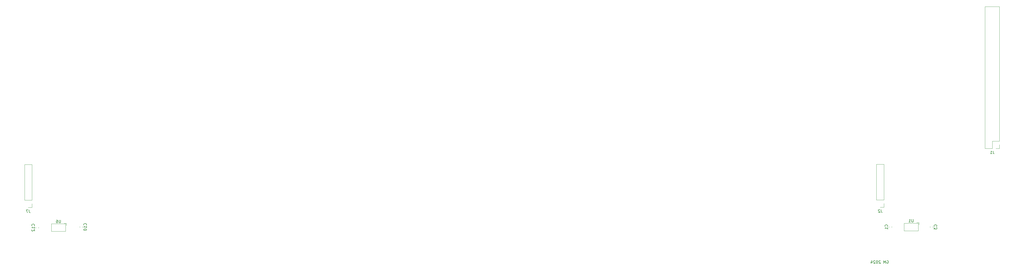
<source format=gbr>
%TF.GenerationSoftware,KiCad,Pcbnew,7.0.10*%
%TF.CreationDate,2024-02-05T00:39:17+00:00*%
%TF.ProjectId,ContactlessPiPoweredDrumkit,436f6e74-6163-4746-9c65-73735069506f,rev?*%
%TF.SameCoordinates,Original*%
%TF.FileFunction,Legend,Bot*%
%TF.FilePolarity,Positive*%
%FSLAX46Y46*%
G04 Gerber Fmt 4.6, Leading zero omitted, Abs format (unit mm)*
G04 Created by KiCad (PCBNEW 7.0.10) date 2024-02-05 00:39:17*
%MOMM*%
%LPD*%
G01*
G04 APERTURE LIST*
%ADD10C,0.150000*%
%ADD11C,0.120000*%
G04 APERTURE END LIST*
D10*
X345214411Y-190687438D02*
X345309649Y-190639819D01*
X345309649Y-190639819D02*
X345452506Y-190639819D01*
X345452506Y-190639819D02*
X345595363Y-190687438D01*
X345595363Y-190687438D02*
X345690601Y-190782676D01*
X345690601Y-190782676D02*
X345738220Y-190877914D01*
X345738220Y-190877914D02*
X345785839Y-191068390D01*
X345785839Y-191068390D02*
X345785839Y-191211247D01*
X345785839Y-191211247D02*
X345738220Y-191401723D01*
X345738220Y-191401723D02*
X345690601Y-191496961D01*
X345690601Y-191496961D02*
X345595363Y-191592200D01*
X345595363Y-191592200D02*
X345452506Y-191639819D01*
X345452506Y-191639819D02*
X345357268Y-191639819D01*
X345357268Y-191639819D02*
X345214411Y-191592200D01*
X345214411Y-191592200D02*
X345166792Y-191544580D01*
X345166792Y-191544580D02*
X345166792Y-191211247D01*
X345166792Y-191211247D02*
X345357268Y-191211247D01*
X344738220Y-191639819D02*
X344738220Y-190639819D01*
X344738220Y-190639819D02*
X344404887Y-191354104D01*
X344404887Y-191354104D02*
X344071554Y-190639819D01*
X344071554Y-190639819D02*
X344071554Y-191639819D01*
X342881077Y-190735057D02*
X342833458Y-190687438D01*
X342833458Y-190687438D02*
X342738220Y-190639819D01*
X342738220Y-190639819D02*
X342500125Y-190639819D01*
X342500125Y-190639819D02*
X342404887Y-190687438D01*
X342404887Y-190687438D02*
X342357268Y-190735057D01*
X342357268Y-190735057D02*
X342309649Y-190830295D01*
X342309649Y-190830295D02*
X342309649Y-190925533D01*
X342309649Y-190925533D02*
X342357268Y-191068390D01*
X342357268Y-191068390D02*
X342928696Y-191639819D01*
X342928696Y-191639819D02*
X342309649Y-191639819D01*
X341690601Y-190639819D02*
X341595363Y-190639819D01*
X341595363Y-190639819D02*
X341500125Y-190687438D01*
X341500125Y-190687438D02*
X341452506Y-190735057D01*
X341452506Y-190735057D02*
X341404887Y-190830295D01*
X341404887Y-190830295D02*
X341357268Y-191020771D01*
X341357268Y-191020771D02*
X341357268Y-191258866D01*
X341357268Y-191258866D02*
X341404887Y-191449342D01*
X341404887Y-191449342D02*
X341452506Y-191544580D01*
X341452506Y-191544580D02*
X341500125Y-191592200D01*
X341500125Y-191592200D02*
X341595363Y-191639819D01*
X341595363Y-191639819D02*
X341690601Y-191639819D01*
X341690601Y-191639819D02*
X341785839Y-191592200D01*
X341785839Y-191592200D02*
X341833458Y-191544580D01*
X341833458Y-191544580D02*
X341881077Y-191449342D01*
X341881077Y-191449342D02*
X341928696Y-191258866D01*
X341928696Y-191258866D02*
X341928696Y-191020771D01*
X341928696Y-191020771D02*
X341881077Y-190830295D01*
X341881077Y-190830295D02*
X341833458Y-190735057D01*
X341833458Y-190735057D02*
X341785839Y-190687438D01*
X341785839Y-190687438D02*
X341690601Y-190639819D01*
X340976315Y-190735057D02*
X340928696Y-190687438D01*
X340928696Y-190687438D02*
X340833458Y-190639819D01*
X340833458Y-190639819D02*
X340595363Y-190639819D01*
X340595363Y-190639819D02*
X340500125Y-190687438D01*
X340500125Y-190687438D02*
X340452506Y-190735057D01*
X340452506Y-190735057D02*
X340404887Y-190830295D01*
X340404887Y-190830295D02*
X340404887Y-190925533D01*
X340404887Y-190925533D02*
X340452506Y-191068390D01*
X340452506Y-191068390D02*
X341023934Y-191639819D01*
X341023934Y-191639819D02*
X340404887Y-191639819D01*
X339547744Y-190973152D02*
X339547744Y-191639819D01*
X339785839Y-190592200D02*
X340023934Y-191306485D01*
X340023934Y-191306485D02*
X339404887Y-191306485D01*
X49529904Y-176070819D02*
X49529904Y-176880342D01*
X49529904Y-176880342D02*
X49482285Y-176975580D01*
X49482285Y-176975580D02*
X49434666Y-177023200D01*
X49434666Y-177023200D02*
X49339428Y-177070819D01*
X49339428Y-177070819D02*
X49148952Y-177070819D01*
X49148952Y-177070819D02*
X49053714Y-177023200D01*
X49053714Y-177023200D02*
X49006095Y-176975580D01*
X49006095Y-176975580D02*
X48958476Y-176880342D01*
X48958476Y-176880342D02*
X48958476Y-176070819D01*
X48053714Y-176070819D02*
X48244190Y-176070819D01*
X48244190Y-176070819D02*
X48339428Y-176118438D01*
X48339428Y-176118438D02*
X48387047Y-176166057D01*
X48387047Y-176166057D02*
X48482285Y-176308914D01*
X48482285Y-176308914D02*
X48529904Y-176499390D01*
X48529904Y-176499390D02*
X48529904Y-176880342D01*
X48529904Y-176880342D02*
X48482285Y-176975580D01*
X48482285Y-176975580D02*
X48434666Y-177023200D01*
X48434666Y-177023200D02*
X48339428Y-177070819D01*
X48339428Y-177070819D02*
X48148952Y-177070819D01*
X48148952Y-177070819D02*
X48053714Y-177023200D01*
X48053714Y-177023200D02*
X48006095Y-176975580D01*
X48006095Y-176975580D02*
X47958476Y-176880342D01*
X47958476Y-176880342D02*
X47958476Y-176642247D01*
X47958476Y-176642247D02*
X48006095Y-176547009D01*
X48006095Y-176547009D02*
X48053714Y-176499390D01*
X48053714Y-176499390D02*
X48148952Y-176451771D01*
X48148952Y-176451771D02*
X48339428Y-176451771D01*
X48339428Y-176451771D02*
X48434666Y-176499390D01*
X48434666Y-176499390D02*
X48482285Y-176547009D01*
X48482285Y-176547009D02*
X48529904Y-176642247D01*
X58685580Y-177932142D02*
X58733200Y-177884523D01*
X58733200Y-177884523D02*
X58780819Y-177741666D01*
X58780819Y-177741666D02*
X58780819Y-177646428D01*
X58780819Y-177646428D02*
X58733200Y-177503571D01*
X58733200Y-177503571D02*
X58637961Y-177408333D01*
X58637961Y-177408333D02*
X58542723Y-177360714D01*
X58542723Y-177360714D02*
X58352247Y-177313095D01*
X58352247Y-177313095D02*
X58209390Y-177313095D01*
X58209390Y-177313095D02*
X58018914Y-177360714D01*
X58018914Y-177360714D02*
X57923676Y-177408333D01*
X57923676Y-177408333D02*
X57828438Y-177503571D01*
X57828438Y-177503571D02*
X57780819Y-177646428D01*
X57780819Y-177646428D02*
X57780819Y-177741666D01*
X57780819Y-177741666D02*
X57828438Y-177884523D01*
X57828438Y-177884523D02*
X57876057Y-177932142D01*
X58780819Y-178884523D02*
X58780819Y-178313095D01*
X58780819Y-178598809D02*
X57780819Y-178598809D01*
X57780819Y-178598809D02*
X57923676Y-178503571D01*
X57923676Y-178503571D02*
X58018914Y-178408333D01*
X58018914Y-178408333D02*
X58066533Y-178313095D01*
X57780819Y-179503571D02*
X57780819Y-179598809D01*
X57780819Y-179598809D02*
X57828438Y-179694047D01*
X57828438Y-179694047D02*
X57876057Y-179741666D01*
X57876057Y-179741666D02*
X57971295Y-179789285D01*
X57971295Y-179789285D02*
X58161771Y-179836904D01*
X58161771Y-179836904D02*
X58399866Y-179836904D01*
X58399866Y-179836904D02*
X58590342Y-179789285D01*
X58590342Y-179789285D02*
X58685580Y-179741666D01*
X58685580Y-179741666D02*
X58733200Y-179694047D01*
X58733200Y-179694047D02*
X58780819Y-179598809D01*
X58780819Y-179598809D02*
X58780819Y-179503571D01*
X58780819Y-179503571D02*
X58733200Y-179408333D01*
X58733200Y-179408333D02*
X58685580Y-179360714D01*
X58685580Y-179360714D02*
X58590342Y-179313095D01*
X58590342Y-179313095D02*
X58399866Y-179265476D01*
X58399866Y-179265476D02*
X58161771Y-179265476D01*
X58161771Y-179265476D02*
X57971295Y-179313095D01*
X57971295Y-179313095D02*
X57876057Y-179360714D01*
X57876057Y-179360714D02*
X57828438Y-179408333D01*
X57828438Y-179408333D02*
X57780819Y-179503571D01*
X362977580Y-178408333D02*
X363025200Y-178360714D01*
X363025200Y-178360714D02*
X363072819Y-178217857D01*
X363072819Y-178217857D02*
X363072819Y-178122619D01*
X363072819Y-178122619D02*
X363025200Y-177979762D01*
X363025200Y-177979762D02*
X362929961Y-177884524D01*
X362929961Y-177884524D02*
X362834723Y-177836905D01*
X362834723Y-177836905D02*
X362644247Y-177789286D01*
X362644247Y-177789286D02*
X362501390Y-177789286D01*
X362501390Y-177789286D02*
X362310914Y-177836905D01*
X362310914Y-177836905D02*
X362215676Y-177884524D01*
X362215676Y-177884524D02*
X362120438Y-177979762D01*
X362120438Y-177979762D02*
X362072819Y-178122619D01*
X362072819Y-178122619D02*
X362072819Y-178217857D01*
X362072819Y-178217857D02*
X362120438Y-178360714D01*
X362120438Y-178360714D02*
X362168057Y-178408333D01*
X362072819Y-178741667D02*
X362072819Y-179360714D01*
X362072819Y-179360714D02*
X362453771Y-179027381D01*
X362453771Y-179027381D02*
X362453771Y-179170238D01*
X362453771Y-179170238D02*
X362501390Y-179265476D01*
X362501390Y-179265476D02*
X362549009Y-179313095D01*
X362549009Y-179313095D02*
X362644247Y-179360714D01*
X362644247Y-179360714D02*
X362882342Y-179360714D01*
X362882342Y-179360714D02*
X362977580Y-179313095D01*
X362977580Y-179313095D02*
X363025200Y-179265476D01*
X363025200Y-179265476D02*
X363072819Y-179170238D01*
X363072819Y-179170238D02*
X363072819Y-178884524D01*
X363072819Y-178884524D02*
X363025200Y-178789286D01*
X363025200Y-178789286D02*
X362977580Y-178741667D01*
X345385580Y-178408333D02*
X345433200Y-178360714D01*
X345433200Y-178360714D02*
X345480819Y-178217857D01*
X345480819Y-178217857D02*
X345480819Y-178122619D01*
X345480819Y-178122619D02*
X345433200Y-177979762D01*
X345433200Y-177979762D02*
X345337961Y-177884524D01*
X345337961Y-177884524D02*
X345242723Y-177836905D01*
X345242723Y-177836905D02*
X345052247Y-177789286D01*
X345052247Y-177789286D02*
X344909390Y-177789286D01*
X344909390Y-177789286D02*
X344718914Y-177836905D01*
X344718914Y-177836905D02*
X344623676Y-177884524D01*
X344623676Y-177884524D02*
X344528438Y-177979762D01*
X344528438Y-177979762D02*
X344480819Y-178122619D01*
X344480819Y-178122619D02*
X344480819Y-178217857D01*
X344480819Y-178217857D02*
X344528438Y-178360714D01*
X344528438Y-178360714D02*
X344576057Y-178408333D01*
X345480819Y-179360714D02*
X345480819Y-178789286D01*
X345480819Y-179075000D02*
X344480819Y-179075000D01*
X344480819Y-179075000D02*
X344623676Y-178979762D01*
X344623676Y-178979762D02*
X344718914Y-178884524D01*
X344718914Y-178884524D02*
X344766533Y-178789286D01*
X40077580Y-178173142D02*
X40125200Y-178125523D01*
X40125200Y-178125523D02*
X40172819Y-177982666D01*
X40172819Y-177982666D02*
X40172819Y-177887428D01*
X40172819Y-177887428D02*
X40125200Y-177744571D01*
X40125200Y-177744571D02*
X40029961Y-177649333D01*
X40029961Y-177649333D02*
X39934723Y-177601714D01*
X39934723Y-177601714D02*
X39744247Y-177554095D01*
X39744247Y-177554095D02*
X39601390Y-177554095D01*
X39601390Y-177554095D02*
X39410914Y-177601714D01*
X39410914Y-177601714D02*
X39315676Y-177649333D01*
X39315676Y-177649333D02*
X39220438Y-177744571D01*
X39220438Y-177744571D02*
X39172819Y-177887428D01*
X39172819Y-177887428D02*
X39172819Y-177982666D01*
X39172819Y-177982666D02*
X39220438Y-178125523D01*
X39220438Y-178125523D02*
X39268057Y-178173142D01*
X40172819Y-179125523D02*
X40172819Y-178554095D01*
X40172819Y-178839809D02*
X39172819Y-178839809D01*
X39172819Y-178839809D02*
X39315676Y-178744571D01*
X39315676Y-178744571D02*
X39410914Y-178649333D01*
X39410914Y-178649333D02*
X39458533Y-178554095D01*
X39268057Y-179506476D02*
X39220438Y-179554095D01*
X39220438Y-179554095D02*
X39172819Y-179649333D01*
X39172819Y-179649333D02*
X39172819Y-179887428D01*
X39172819Y-179887428D02*
X39220438Y-179982666D01*
X39220438Y-179982666D02*
X39268057Y-180030285D01*
X39268057Y-180030285D02*
X39363295Y-180077904D01*
X39363295Y-180077904D02*
X39458533Y-180077904D01*
X39458533Y-180077904D02*
X39601390Y-180030285D01*
X39601390Y-180030285D02*
X40172819Y-179458857D01*
X40172819Y-179458857D02*
X40172819Y-180077904D01*
X354621904Y-175854819D02*
X354621904Y-176664342D01*
X354621904Y-176664342D02*
X354574285Y-176759580D01*
X354574285Y-176759580D02*
X354526666Y-176807200D01*
X354526666Y-176807200D02*
X354431428Y-176854819D01*
X354431428Y-176854819D02*
X354240952Y-176854819D01*
X354240952Y-176854819D02*
X354145714Y-176807200D01*
X354145714Y-176807200D02*
X354098095Y-176759580D01*
X354098095Y-176759580D02*
X354050476Y-176664342D01*
X354050476Y-176664342D02*
X354050476Y-175854819D01*
X353050476Y-176854819D02*
X353621904Y-176854819D01*
X353336190Y-176854819D02*
X353336190Y-175854819D01*
X353336190Y-175854819D02*
X353431428Y-175997676D01*
X353431428Y-175997676D02*
X353526666Y-176092914D01*
X353526666Y-176092914D02*
X353621904Y-176140533D01*
X343131733Y-172354019D02*
X343131733Y-173068304D01*
X343131733Y-173068304D02*
X343179352Y-173211161D01*
X343179352Y-173211161D02*
X343274590Y-173306400D01*
X343274590Y-173306400D02*
X343417447Y-173354019D01*
X343417447Y-173354019D02*
X343512685Y-173354019D01*
X342703161Y-172449257D02*
X342655542Y-172401638D01*
X342655542Y-172401638D02*
X342560304Y-172354019D01*
X342560304Y-172354019D02*
X342322209Y-172354019D01*
X342322209Y-172354019D02*
X342226971Y-172401638D01*
X342226971Y-172401638D02*
X342179352Y-172449257D01*
X342179352Y-172449257D02*
X342131733Y-172544495D01*
X342131733Y-172544495D02*
X342131733Y-172639733D01*
X342131733Y-172639733D02*
X342179352Y-172782590D01*
X342179352Y-172782590D02*
X342750780Y-173354019D01*
X342750780Y-173354019D02*
X342131733Y-173354019D01*
X38280933Y-172455619D02*
X38280933Y-173169904D01*
X38280933Y-173169904D02*
X38328552Y-173312761D01*
X38328552Y-173312761D02*
X38423790Y-173408000D01*
X38423790Y-173408000D02*
X38566647Y-173455619D01*
X38566647Y-173455619D02*
X38661885Y-173455619D01*
X37899980Y-172455619D02*
X37233314Y-172455619D01*
X37233314Y-172455619D02*
X37661885Y-173455619D01*
X383238333Y-151322819D02*
X383238333Y-152037104D01*
X383238333Y-152037104D02*
X383285952Y-152179961D01*
X383285952Y-152179961D02*
X383381190Y-152275200D01*
X383381190Y-152275200D02*
X383524047Y-152322819D01*
X383524047Y-152322819D02*
X383619285Y-152322819D01*
X382238333Y-152322819D02*
X382809761Y-152322819D01*
X382524047Y-152322819D02*
X382524047Y-151322819D01*
X382524047Y-151322819D02*
X382619285Y-151465676D01*
X382619285Y-151465676D02*
X382714523Y-151560914D01*
X382714523Y-151560914D02*
X382809761Y-151608533D01*
D11*
%TO.C,U6*%
X51568000Y-178016000D02*
X51568000Y-177216000D01*
X51568000Y-177216000D02*
X50768000Y-177216000D01*
X51318000Y-180166000D02*
X46218000Y-180166000D01*
X51318000Y-177466000D02*
X51318000Y-180166000D01*
X46218000Y-180166000D02*
X46218000Y-177466000D01*
X46218000Y-177466000D02*
X51318000Y-177466000D01*
%TO.C,C10*%
X56386000Y-178715580D02*
X56386000Y-178434420D01*
X57406000Y-178715580D02*
X57406000Y-178434420D01*
%TO.C,C3*%
X360678000Y-178715580D02*
X360678000Y-178434420D01*
X361698000Y-178715580D02*
X361698000Y-178434420D01*
%TO.C,C1*%
X345946000Y-178434420D02*
X345946000Y-178715580D01*
X346966000Y-178434420D02*
X346966000Y-178715580D01*
%TO.C,C12*%
X41658000Y-178675420D02*
X41658000Y-178956580D01*
X40638000Y-178675420D02*
X40638000Y-178956580D01*
%TO.C,U1*%
X356660000Y-177800000D02*
X356660000Y-177000000D01*
X356660000Y-177000000D02*
X355860000Y-177000000D01*
X356410000Y-179950000D02*
X351310000Y-179950000D01*
X356410000Y-177250000D02*
X356410000Y-179950000D01*
X351310000Y-179950000D02*
X351310000Y-177250000D01*
X351310000Y-177250000D02*
X356410000Y-177250000D01*
%TO.C,J2*%
X341468400Y-156099200D02*
X344128400Y-156099200D01*
X341468400Y-168859200D02*
X341468400Y-156099200D01*
X341468400Y-168859200D02*
X344128400Y-168859200D01*
X342798400Y-171459200D02*
X344128400Y-171459200D01*
X344128400Y-168859200D02*
X344128400Y-156099200D01*
X344128400Y-171459200D02*
X344128400Y-170129200D01*
%TO.C,J7*%
X36617600Y-156200800D02*
X39277600Y-156200800D01*
X36617600Y-168960800D02*
X36617600Y-156200800D01*
X36617600Y-168960800D02*
X39277600Y-168960800D01*
X37947600Y-171560800D02*
X39277600Y-171560800D01*
X39277600Y-168960800D02*
X39277600Y-156200800D01*
X39277600Y-171560800D02*
X39277600Y-170230800D01*
%TO.C,J1*%
X380305000Y-99508000D02*
X385505000Y-99508000D01*
X380305000Y-150428000D02*
X380305000Y-99508000D01*
X380305000Y-150428000D02*
X382905000Y-150428000D01*
X382905000Y-147828000D02*
X385505000Y-147828000D01*
X382905000Y-150428000D02*
X382905000Y-147828000D01*
X384175000Y-150428000D02*
X385505000Y-150428000D01*
X385505000Y-147828000D02*
X385505000Y-99508000D01*
X385505000Y-150428000D02*
X385505000Y-149098000D01*
%TD*%
M02*

</source>
